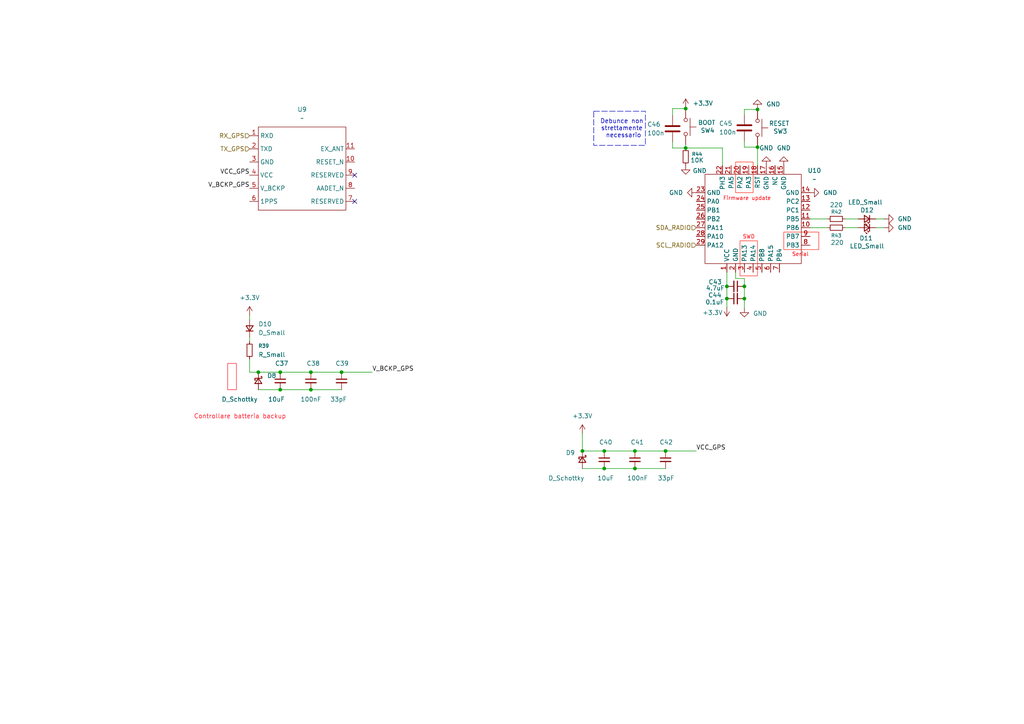
<source format=kicad_sch>
(kicad_sch (version 20250114) (generator "eeschema") (generator_version "9.0")
  (paper "A4")
  (lib_symbols
    (symbol "Device:C" (pin_numbers (hide yes)) (pin_names (offset 0.254))
      (property "Reference" "C" (at 0.635 2.54 0))
      (property "Value" "C" (at 0.635 -2.54 0))
      (symbol "C_0_1"
        (polyline (pts (xy -2.032 0.762) (xy 2.032 0.762)) (stroke (width 0.508)))
        (polyline (pts (xy -2.032 -0.762) (xy 2.032 -0.762)) (stroke (width 0.508)))
      )
      (symbol "C_1_1"
        (pin passive line (at 0 3.81 270) (length 2.794) (name "~") (number "1"))
        (pin passive line (at 0 -3.81 90) (length 2.794) (name "~") (number "2"))
      )
    )
    (symbol "Device:C_Small" (pin_numbers (hide yes)) (pin_names (offset 0.254) (hide yes))
      (property "Reference" "C" (at 0.254 1.778 0))
      (property "Value" "C_Small" (at 0.254 -2.032 0))
      (symbol "C_Small_0_1"
        (polyline (pts (xy -1.524 0.508) (xy 1.524 0.508)) (stroke (width 0.3048)))
        (polyline (pts (xy -1.524 -0.508) (xy 1.524 -0.508)) (stroke (width 0.3302)))
      )
      (symbol "C_Small_1_1"
        (pin passive line (at 0 2.54 270) (length 2.032) (name "~") (number "1"))
        (pin passive line (at 0 -2.54 90) (length 2.032) (name "~") (number "2"))
      )
    )
    (symbol "Device:D_Schottky_Small" (pin_numbers (hide yes)) (pin_names (offset 0.254) (hide yes))
      (property "Reference" "D" (at -1.27 2.032 0))
      (property "Value" "D_Schottky_Small" (at -7.112 -2.032 0))
      (symbol "D_Schottky_Small_0_1"
        (polyline (pts (xy -1.27 0.762) (xy -1.27 1.016) (xy -0.762 1.016) (xy -0.762 -1.016) (xy -0.254 -1.016) (xy -0.254 -0.762)) (stroke (width 0.254)))
        (polyline (pts (xy -0.762 0) (xy 0.762 0)))
        (polyline (pts (xy 0.762 -1.016) (xy -0.762 0) (xy 0.762 1.016) (xy 0.762 -1.016)) (stroke (width 0.254)))
      )
      (symbol "D_Schottky_Small_1_1"
        (pin passive line (at -2.54 0 0) (length 1.778) (name "K") (number "1"))
        (pin passive line (at 2.54 0 180) (length 1.778) (name "A") (number "2"))
      )
    )
    (symbol "Device:D_Small" (pin_numbers (hide yes)) (pin_names (offset 0.254) (hide yes))
      (property "Reference" "D" (at -1.27 2.032 0))
      (property "Value" "D_Small" (at -3.81 -2.032 0))
      (symbol "D_Small_0_1"
        (polyline (pts (xy -0.762 0) (xy 0.762 0)))
        (polyline (pts (xy -0.762 -1.016) (xy -0.762 1.016)) (stroke (width 0.254)))
        (polyline (pts (xy 0.762 -1.016) (xy -0.762 0) (xy 0.762 1.016) (xy 0.762 -1.016)) (stroke (width 0.254)))
      )
      (symbol "D_Small_1_1"
        (pin passive line (at -2.54 0 0) (length 1.778) (name "K") (number "1"))
        (pin passive line (at 2.54 0 180) (length 1.778) (name "A") (number "2"))
      )
    )
    (symbol "Device:LED_Small" (pin_numbers (hide yes)) (pin_names (offset 0.254) (hide yes))
      (property "Reference" "D" (at -1.27 3.175 0))
      (property "Value" "LED_Small" (at -4.445 -2.54 0))
      (symbol "LED_Small_0_1"
        (polyline (pts (xy -0.762 -1.016) (xy -0.762 1.016)) (stroke (width 0.254)))
        (polyline (pts (xy 0 0.762) (xy -0.508 1.27) (xy -0.254 1.27) (xy -0.508 1.27) (xy -0.508 1.016)))
        (polyline (pts (xy 0.508 1.27) (xy 0 1.778) (xy 0.254 1.778) (xy 0 1.778) (xy 0 1.524)))
        (polyline (pts (xy 0.762 -1.016) (xy -0.762 0) (xy 0.762 1.016) (xy 0.762 -1.016)) (stroke (width 0.254)))
        (polyline (pts (xy 1.016 0) (xy -0.762 0)))
      )
      (symbol "LED_Small_1_1"
        (pin passive line (at -2.54 0 0) (length 1.778) (name "K") (number "1"))
        (pin passive line (at 2.54 0 180) (length 1.778) (name "A") (number "2"))
      )
    )
    (symbol "Device:R_Small" (pin_numbers (hide yes)) (pin_names (offset 0.254) (hide yes))
      (property "Reference" "R" (at 0 0 90))
      (property "Value" "R_Small" (at 1.778 0 90))
      (symbol "R_Small_0_1"
        (rectangle (start -0.762 1.778) (end 0.762 -1.778) (stroke (width 0.2032)))
      )
      (symbol "R_Small_1_1"
        (pin passive line (at 0 2.54 270) (length 0.762) (name "~") (number "1"))
        (pin passive line (at 0 -2.54 90) (length 0.762) (name "~") (number "2"))
      )
    )
    (symbol "LC68G:LC68G"
      (property "Reference" "U" (at 0 0 0))
      (symbol "LC68G_0_1"
        (rectangle (start -12.7 12.7) (end 12.7 -11.43))
      )
      (symbol "LC68G_1_1"
        (pin input line (at -15.24 10.16 0) (length 2.54) (name "RXD") (number "1"))
        (pin input line (at -15.24 6.35 0) (length 2.54) (name "TXD") (number "2"))
        (pin power_out line (at -15.24 2.54 0) (length 2.54) (name "GND") (number "3"))
        (pin power_in line (at -15.24 -1.27 0) (length 2.54) (name "VCC") (number "4"))
        (pin power_in line (at -15.24 -5.08 0) (length 2.54) (name "V_BCKP") (number "5"))
        (pin input line (at -15.24 -8.89 0) (length 2.54) (name "1PPS") (number "6"))
        (pin input line (at 15.24 6.35 180) (length 2.54) (name "EX_ANT") (number "11"))
        (pin input line (at 15.24 2.54 180) (length 2.54) (name "RESET_N") (number "10"))
        (pin input line (at 15.24 -1.27 180) (length 2.54) (name "RESERVED") (number "9"))
        (pin input line (at 15.24 -5.08 180) (length 2.54) (name "AADET_N") (number "8"))
        (pin input line (at 15.24 -8.89 180) (length 2.54) (name "RESERVED") (number "7"))
      )
    )
    (symbol "Switch:SW_Push" (pin_numbers (hide yes)) (pin_names (offset 1.016) (hide yes))
      (property "Reference" "SW" (at 1.27 2.54 0))
      (property "Value" "SW_Push" (at 0 -1.524 0))
      (symbol "SW_Push_0_1"
        (circle (center -2.032 0) (radius 0.508))
        (polyline (pts (xy 0 1.27) (xy 0 3.048)))
        (circle (center 2.032 0) (radius 0.508))
        (polyline (pts (xy 2.54 1.27) (xy -2.54 1.27)))
        (pin passive line (at -5.08 0 0) (length 2.54) (name "1") (number "1"))
        (pin passive line (at 5.08 0 180) (length 2.54) (name "2") (number "2"))
      )
    )
    (symbol "power:+3.3V" (power) (pin_numbers (hide yes)) (pin_names (offset 0) (hide yes))
      (property "Value" "+3.3V" (at 0 3.556 0))
      (symbol "+3.3V_0_1"
        (polyline (pts (xy -0.762 1.27) (xy 0 2.54)))
        (polyline (pts (xy 0 2.54) (xy 0.762 1.27)))
        (polyline (pts (xy 0 0) (xy 0 2.54)))
      )
      (symbol "+3.3V_1_1"
        (pin power_in line (at 0 0 90) (length 0) (name "~") (number "1"))
      )
    )
    (symbol "power:GND" (power) (pin_numbers (hide yes)) (pin_names (offset 0) (hide yes))
      (property "Value" "GND" (at 0 -3.81 0))
      (symbol "GND_0_1"
        (polyline (pts (xy 0 0) (xy 0 -1.27) (xy 1.27 -1.27) (xy 0 -2.54) (xy -1.27 -1.27) (xy 0 -1.27)))
      )
      (symbol "GND_1_1"
        (pin power_in line (at 0 0 270) (length 0) (name "~") (number "1"))
      )
    )
    (symbol "rc-wle5:rc-wle5-434"
      (property "Reference" "U" (at -1.27 -1.27 0))
      (symbol "rc-wle5-434_0_1"
        (rectangle (start -13.97 12.954) (end 13.97 -12.954))
      )
      (symbol "rc-wle5-434_1_1"
        (pin input line (at -16.51 7.62 0) (length 2.54) (name "GND") (number "23"))
        (pin input line (at -16.51 5.08 0) (length 2.54) (name "PA0") (number "24"))
        (pin input line (at -16.51 2.54 0) (length 2.54) (name "PB1") (number "25"))
        (pin input line (at -16.51 0 0) (length 2.54) (name "PB2") (number "26"))
        (pin input line (at -16.51 -2.54 0) (length 2.54) (name "PA11") (number "27"))
        (pin input line (at -16.51 -5.08 0) (length 2.54) (name "PA10") (number "28"))
        (pin input line (at -16.51 -7.62 0) (length 2.54) (name "PA12") (number "29"))
        (pin input line (at -8.89 15.494 270) (length 2.54) (name "PH3") (number "22"))
        (pin input line (at -7.62 -15.494 90) (length 2.54) (name "VCC") (number "1"))
        (pin input line (at -6.35 15.494 270) (length 2.54) (name "PA5") (number "21"))
        (pin input line (at -5.08 -15.494 90) (length 2.54) (name "GND") (number "2"))
        (pin input line (at -3.81 15.494 270) (length 2.54) (name "PA2") (number "20"))
        (pin input line (at -2.54 -15.494 90) (length 2.54) (name "PA13") (number "3"))
        (pin input line (at -1.27 15.494 270) (length 2.54) (name "PA3") (number "19"))
        (pin input line (at 0 -15.494 90) (length 2.54) (name "PA14") (number "4"))
        (pin input line (at 1.27 15.494 270) (length 2.54) (name "RST") (number "18"))
        (pin input line (at 2.54 -15.494 90) (length 2.54) (name "PB8") (number "5"))
        (pin input line (at 3.81 15.494 270) (length 2.54) (name "GND") (number "17"))
        (pin input line (at 5.08 -15.494 90) (length 2.54) (name "PA15") (number "6"))
        (pin input line (at 6.35 15.494 270) (length 2.54) (name "NC") (number "16"))
        (pin input line (at 7.62 -15.494 90) (length 2.54) (name "PB4") (number "7"))
        (pin input line (at 8.89 15.494 270) (length 2.54) (name "GND") (number "15"))
        (pin input line (at 16.51 7.62 180) (length 2.54) (name "GND") (number "14"))
        (pin input line (at 16.51 5.08 180) (length 2.54) (name "PC2") (number "13"))
        (pin input line (at 16.51 2.54 180) (length 2.54) (name "PC1") (number "12"))
        (pin input line (at 16.51 0 180) (length 2.54) (name "PB5") (number "11"))
        (pin input line (at 16.51 -2.54 180) (length 2.54) (name "PB6") (number "10"))
        (pin input line (at 16.51 -5.08 180) (length 2.54) (name "PB7") (number "9"))
        (pin input line (at 16.51 -7.62 180) (length 2.54) (name "PB3") (number "8"))
      )
    )
  )
  (rectangle (start 214.63 69.85) (end 219.71 80.01) (stroke (width 0) (color 255 41 27 1)))
  (rectangle (start 66.04 105.41) (end 68.58 113.03) (stroke (width 0) (color 255 21 35 1)))
  (rectangle (start 213.36 46.99) (end 218.44 55.88) (stroke (width 0) (color 255 41 27 1)))
  (rectangle (start 172.212 32.258) (end 187.198 42.164) (stroke (width 0) (type dash)))
  (rectangle (start 227.33 67.31) (end 237.49 72.39) (stroke (width 0) (color 255 41 27 1)))
  (text "Serial" (at 232.156 73.914 0) (effects (font (size 1.1 1.1))))
  (text "Controllare batteria backup\n" (at 69.596 120.904 0) (effects (font (size 1.27 1.27))))
  (text "SWD\n" (at 217.17 68.834 0) (effects (font (size 1.1 1.1))))
  (text "Firmware update" (at 216.662 57.658 0) (effects (font (size 1.1 1.1))))
  (text "Debunce non \nstrettamente \nnecessario" (at 180.848 37.338 0) (effects (font (size 1.27 1.27))))
  (junction (at 81.28 107.95))
  (junction (at 175.26 135.89))
  (junction (at 193.04 130.81))
  (junction (at 90.17 113.03))
  (junction (at 175.26 130.81))
  (junction (at 215.9 83.058))
  (junction (at 198.882 31.496))
  (junction (at 81.28 113.03))
  (junction (at 210.82 83.058))
  (junction (at 215.9 86.614))
  (junction (at 74.93 107.95))
  (junction (at 90.17 107.95))
  (junction (at 184.15 135.89))
  (junction (at 210.82 86.614))
  (junction (at 99.06 107.95))
  (junction (at 168.91 130.81))
  (junction (at 219.71 31.75))
  (junction (at 184.15 130.81))
  (junction (at 198.882 42.926))
  (junction (at 219.71 42.672))
  (no_connect (at 102.87 58.42))
  (no_connect (at 102.87 50.8))
  (wire (pts (xy 81.28 107.95) (xy 90.17 107.95)))
  (wire (pts (xy 72.39 107.95) (xy 72.39 104.14)))
  (wire (pts (xy 72.39 91.44) (xy 72.39 92.71)))
  (wire (pts (xy 219.71 31.496) (xy 219.71 31.75)))
  (wire (pts (xy 234.95 63.5) (xy 240.03 63.5)))
  (wire (pts (xy 210.82 83.058) (xy 210.82 86.614)))
  (wire (pts (xy 81.28 113.03) (xy 90.17 113.03)))
  (wire (pts (xy 256.54 66.04) (xy 254 66.04)))
  (wire (pts (xy 184.15 130.81) (xy 193.04 130.81)))
  (wire (pts (xy 175.26 135.89) (xy 184.15 135.89)))
  (wire (pts (xy 209.55 48.006) (xy 209.55 42.926)))
  (wire (pts (xy 90.17 113.03) (xy 99.06 113.03)))
  (wire (pts (xy 210.82 78.994) (xy 210.82 83.058)))
  (wire (pts (xy 213.36 80.772) (xy 215.9 80.772)))
  (wire (pts (xy 215.9 42.672) (xy 215.9 40.894)))
  (wire (pts (xy 74.93 107.95) (xy 81.28 107.95)))
  (wire (pts (xy 219.71 42.164) (xy 219.71 42.672)))
  (wire (pts (xy 168.91 135.89) (xy 175.26 135.89)))
  (wire (pts (xy 210.82 86.614) (xy 210.82 89.154)))
  (wire (pts (xy 215.9 86.614) (xy 215.9 89.408)))
  (wire (pts (xy 184.15 135.89) (xy 193.04 135.89)))
  (wire (pts (xy 198.882 42.926) (xy 209.55 42.926)))
  (wire (pts (xy 234.95 66.04) (xy 240.03 66.04)))
  (wire (pts (xy 193.04 130.81) (xy 201.93 130.81)))
  (wire (pts (xy 215.9 83.058) (xy 215.9 86.614)))
  (wire (pts (xy 195.072 31.496) (xy 195.072 33.528)))
  (wire (pts (xy 219.71 42.672) (xy 215.9 42.672)))
  (wire (pts (xy 107.95 107.95) (xy 99.06 107.95)))
  (wire (pts (xy 248.92 63.5) (xy 245.11 63.5)))
  (wire (pts (xy 74.93 113.03) (xy 81.28 113.03)))
  (wire (pts (xy 195.072 41.148) (xy 195.072 42.926)))
  (wire (pts (xy 219.71 31.75) (xy 219.71 32.004)))
  (wire (pts (xy 256.54 63.5) (xy 254 63.5)))
  (wire (pts (xy 219.71 42.672) (xy 219.71 48.006)))
  (wire (pts (xy 248.92 66.04) (xy 245.11 66.04)))
  (wire (pts (xy 215.9 33.274) (xy 215.9 31.75)))
  (wire (pts (xy 74.93 107.95) (xy 72.39 107.95)))
  (wire (pts (xy 198.882 31.242) (xy 198.882 31.496)))
  (wire (pts (xy 168.91 125.73) (xy 168.91 130.81)))
  (wire (pts (xy 198.882 41.91) (xy 198.882 42.926)))
  (wire (pts (xy 213.36 78.994) (xy 213.36 80.772)))
  (wire (pts (xy 72.39 97.79) (xy 72.39 99.06)))
  (wire (pts (xy 198.882 31.496) (xy 198.882 31.75)))
  (wire (pts (xy 175.26 130.81) (xy 184.15 130.81)))
  (wire (pts (xy 198.882 31.496) (xy 195.072 31.496)))
  (wire (pts (xy 195.072 42.926) (xy 198.882 42.926)))
  (wire (pts (xy 90.17 107.95) (xy 99.06 107.95)))
  (wire (pts (xy 215.9 80.772) (xy 215.9 83.058)))
  (wire (pts (xy 168.91 130.81) (xy 175.26 130.81)))
  (wire (pts (xy 215.9 31.75) (xy 219.71 31.75)))
  (label "V_BCKP_GPS" (at 72.39 54.61 180))
  (label "VCC_GPS" (at 72.39 50.8 180))
  (label "V_BCKP_GPS" (at 107.95 107.95 0))
  (label "VCC_GPS" (at 201.93 130.81 0))
  (hierarchical_label "RX_GPS" (shape input) (at 72.39 39.37 180))
  (hierarchical_label "TX_GPS" (shape input) (at 72.39 43.18 180))
  (hierarchical_label "SCL_RADIO" (shape input) (at 201.93 71.12 180))
  (hierarchical_label "SDA_RADIO" (shape input) (at 201.93 66.04 180))
  (symbol (lib_id "Switch:SW_Push") (at 198.882 36.83 270) (unit 1)
    (property "Reference" "SW4" (at 205.232 37.846 90))
    (property "Value" "BOOT" (at 204.978 35.56 90))
    (property "Footprint" "TSB008:TSB008" (effects (hide yes)))
    (property "Description" "Push button switch, generic, two pins" (effects (hide yes)))
  )
  (symbol (lib_id "power:GND") (at 201.93 55.88 270) (unit 1)
    (property "Reference" "#PWR0107" (effects (hide yes)))
    (property "Value" "GND" (at 198.12 55.8799 90) (effects (justify right)))
    (property "Description" "Power symbol creates a global label with name \"GND\" , ground" (effects (hide yes)))
  )
  (symbol (lib_id "power:GND") (at 198.882 48.006 0) (unit 1)
    (property "Reference" "#PWR0111" (effects (hide yes)))
    (property "Value" "GND" (at 204.978 49.53 0) (effects (justify right)))
    (property "Description" "Power symbol creates a global label with name \"GND\" , ground" (effects (hide yes)))
  )
  (symbol (lib_id "Device:R_Small") (at 198.882 45.466 180) (unit 1)
    (property "Reference" "R44" (at 202.184 44.704 0) (effects (font (size 1.016 1.016))))
    (property "Value" "10K" (at 202.184 46.482 0))
    (property "Footprint" "Resistor_SMD:R_0603_1608Metric_Pad0.98x0.95mm_HandSolder" (effects (hide yes)))
    (property "Description" "Resistor, small symbol" (effects (hide yes)))
  )
  (symbol (lib_id "Device:C_Small") (at 99.06 110.49 0) (unit 1)
    (property "Reference" "C39" (at 97.282 105.41 0) (effects (justify left)))
    (property "Value" "33pF" (at 95.758 115.824 0) (effects (justify left)))
    (property "Footprint" "Capacitor_SMD:C_0603_1608Metric_Pad1.08x0.95mm_HandSolder" (effects (hide yes)))
    (property "Description" "Unpolarized capacitor, small symbol" (effects (hide yes)))
  )
  (symbol (lib_id "power:GND") (at 256.54 63.5 90) (unit 1)
    (property "Reference" "#PWR0113" (effects (hide yes)))
    (property "Value" "GND" (at 260.35 63.4999 90) (effects (justify right)))
    (property "Description" "Power symbol creates a global label with name \"GND\" , ground" (effects (hide yes)))
  )
  (symbol (lib_id "power:GND") (at 222.25 48.006 180) (unit 1)
    (property "Reference" "#PWR0108" (effects (hide yes)))
    (property "Value" "GND" (at 222.25 42.926 0))
    (property "Description" "Power symbol creates a global label with name \"GND\" , ground" (effects (hide yes)))
  )
  (symbol (lib_id "Device:R_Small") (at 72.39 101.6 0) (unit 1)
    (property "Reference" "R39" (at 74.93 100.3299 0) (effects (font (size 1.016 1.016)) (justify left)))
    (property "Value" "R_Small" (at 74.93 102.8699 0) (effects (justify left)))
    (property "Footprint" "Resistor_SMD:R_0603_1608Metric_Pad0.98x0.95mm_HandSolder" (effects (hide yes)))
    (property "Description" "Resistor, small symbol" (effects (hide yes)))
  )
  (symbol (lib_id "Device:C") (at 195.072 37.338 0) (unit 1)
    (property "Reference" "C46" (at 187.706 36.068 0) (effects (justify left)))
    (property "Value" "100n" (at 187.706 38.608 0) (effects (justify left)))
    (property "Footprint" "Capacitor_SMD:C_0603_1608Metric_Pad1.08x0.95mm_HandSolder" (effects (hide yes)))
    (property "Description" "Unpolarized capacitor" (effects (hide yes)))
  )
  (symbol (lib_id "power:+3.3V") (at 168.91 125.73 0) (unit 1)
    (property "Reference" "#PWR0104" (effects (hide yes)))
    (property "Value" "+3.3V" (at 168.91 120.65 0))
    (property "Description" "Power symbol creates a global label with name \"+3.3V\"" (effects (hide yes)))
  )
  (symbol (lib_id "Device:C_Small") (at 193.04 133.35 0) (unit 1)
    (property "Reference" "C42" (at 191.262 128.27 0) (effects (justify left)))
    (property "Value" "33pF" (at 190.754 138.684 0) (effects (justify left)))
    (property "Footprint" "Capacitor_SMD:C_0603_1608Metric_Pad1.08x0.95mm_HandSolder" (effects (hide yes)))
    (property "Description" "Unpolarized capacitor, small symbol" (effects (hide yes)))
  )
  (symbol (lib_id "Device:C_Small") (at 81.28 110.49 0) (unit 1)
    (property "Reference" "C37" (at 79.756 105.41 0) (effects (justify left)))
    (property "Value" "10uF" (at 77.724 115.824 0) (effects (justify left)))
    (property "Footprint" "Capacitor_SMD:C_0603_1608Metric_Pad1.08x0.95mm_HandSolder" (effects (hide yes)))
    (property "Description" "Unpolarized capacitor, small symbol" (effects (hide yes)))
  )
  (symbol (lib_id "Device:C") (at 215.9 37.084 0) (unit 1)
    (property "Reference" "C45" (at 208.534 35.814 0) (effects (justify left)))
    (property "Value" "100n" (at 208.534 38.354 0) (effects (justify left)))
    (property "Footprint" "Capacitor_SMD:C_0603_1608Metric_Pad1.08x0.95mm_HandSolder" (effects (hide yes)))
    (property "Description" "Unpolarized capacitor" (effects (hide yes)))
  )
  (symbol (lib_id "Device:C_Small") (at 213.36 83.058 270) (unit 1)
    (property "Reference" "C43" (at 205.486 81.788 90) (effects (justify left)))
    (property "Value" "4.7uF" (at 204.724 83.566 90) (effects (justify left)))
    (property "Footprint" "Capacitor_SMD:C_0603_1608Metric_Pad1.08x0.95mm_HandSolder" (effects (hide yes)))
    (property "Description" "Unpolarized capacitor, small symbol" (effects (hide yes)))
  )
  (symbol (lib_id "power:GND") (at 234.95 55.88 90) (unit 1)
    (property "Reference" "#PWR0105" (effects (hide yes)))
    (property "Value" "GND" (at 238.76 55.8799 90) (effects (justify right)))
    (property "Description" "Power symbol creates a global label with name \"GND\" , ground" (effects (hide yes)))
  )
  (symbol (lib_id "Device:R_Small") (at 242.57 63.5 90) (unit 1)
    (property "Reference" "R42" (at 242.57 61.468 90) (effects (font (size 1.016 1.016))))
    (property "Value" "220" (at 242.57 59.436 90))
    (property "Footprint" "Resistor_SMD:R_0603_1608Metric_Pad0.98x0.95mm_HandSolder" (effects (hide yes)))
    (property "Description" "Resistor, small symbol" (effects (hide yes)))
  )
  (symbol (lib_id "power:GND") (at 219.71 31.496 180) (unit 1)
    (property "Reference" "#PWR0110" (effects (hide yes)))
    (property "Value" "GND" (at 222.25 30.2259 0) (effects (justify right)))
    (property "Description" "Power symbol creates a global label with name \"GND\" , ground" (effects (hide yes)))
  )
  (symbol (lib_id "power:+3.3V") (at 210.82 89.154 180) (unit 1)
    (property "Reference" "#PWR0109" (effects (hide yes)))
    (property "Value" "+3.3V" (at 203.708 90.678 0) (effects (justify right)))
    (property "Description" "Power symbol creates a global label with name \"+3.3V\"" (effects (hide yes)))
  )
  (symbol (lib_id "Device:C_Small") (at 184.15 133.35 0) (unit 1)
    (property "Reference" "C41" (at 182.88 128.27 0) (effects (justify left)))
    (property "Value" "100nF" (at 181.864 138.684 0) (effects (justify left)))
    (property "Footprint" "Capacitor_SMD:C_0603_1608Metric_Pad1.08x0.95mm_HandSolder" (effects (hide yes)))
    (property "Description" "Unpolarized capacitor, small symbol" (effects (hide yes)))
  )
  (symbol (lib_id "rc-wle5:rc-wle5-434") (at 218.44 63.5 0) (unit 1)
    (property "Reference" "U10" (at 236.22 49.4598 0))
    (property "Value" "~" (at 236.22 51.9998 0))
    (property "Footprint" "rc-wle5:RC-WLE5-XXX" (effects (hide yes)))
  )
  (symbol (lib_id "Device:C_Small") (at 213.36 86.614 90) (unit 1)
    (property "Reference" "C44" (at 209.296 85.598 90) (effects (justify left)))
    (property "Value" "0.1uF" (at 210.058 87.63 90) (effects (justify left)))
    (property "Footprint" "Capacitor_SMD:C_0603_1608Metric_Pad1.08x0.95mm_HandSolder" (effects (hide yes)))
    (property "Description" "Unpolarized capacitor, small symbol" (effects (hide yes)))
  )
  (symbol (lib_id "power:GND") (at 215.9 89.408 0) (unit 1)
    (property "Reference" "#PWR0115" (effects (hide yes)))
    (property "Value" "GND" (at 220.472 90.932 0))
    (property "Description" "Power symbol creates a global label with name \"GND\" , ground" (effects (hide yes)))
  )
  (symbol (lib_id "power:+3.3V") (at 72.39 91.44 0) (unit 1)
    (property "Reference" "#PWR0103" (effects (hide yes)))
    (property "Value" "+3.3V" (at 72.39 86.36 0))
    (property "Description" "Power symbol creates a global label with name \"+3.3V\"" (effects (hide yes)))
  )
  (symbol (lib_id "Device:D_Small") (at 72.39 95.25 90) (unit 1)
    (property "Reference" "D10" (at 74.93 93.9799 90) (effects (justify right)))
    (property "Value" "D_Small" (at 74.93 96.5199 90) (effects (justify right)))
    (property "Description" "Diode, small symbol" (effects (hide yes)))
    (property "Sim.Device" "D" (effects (hide yes)))
    (property "Sim.Pins" "1=K 2=A" (effects (hide yes)))
  )
  (symbol (lib_id "Device:C_Small") (at 175.26 133.35 0) (unit 1)
    (property "Reference" "C40" (at 173.736 128.27 0) (effects (justify left)))
    (property "Value" "10uF" (at 173.228 138.684 0) (effects (justify left)))
    (property "Footprint" "Capacitor_SMD:C_0603_1608Metric_Pad1.08x0.95mm_HandSolder" (effects (hide yes)))
    (property "Description" "Unpolarized capacitor, small symbol" (effects (hide yes)))
  )
  (symbol (lib_id "Device:LED_Small") (at 251.46 63.5 180) (unit 1)
    (property "Reference" "D12" (at 251.46 60.96 0))
    (property "Value" "LED_Small" (at 250.952 58.674 0))
    (property "Footprint" "LED_SMD:LED_0603_1608Metric" (effects (hide yes)))
    (property "Description" "Light emitting diode, small symbol" (effects (hide yes)))
    (property "Sim.Pin" "1=K 2=A" (effects (hide yes)))
  )
  (symbol (lib_id "power:GND") (at 256.54 66.04 90) (unit 1)
    (property "Reference" "#PWR0114" (effects (hide yes)))
    (property "Value" "GND" (at 260.35 66.0399 90) (effects (justify right)))
    (property "Description" "Power symbol creates a global label with name \"GND\" , ground" (effects (hide yes)))
  )
  (symbol (lib_id "Device:C_Small") (at 90.17 110.49 0) (unit 1)
    (property "Reference" "C38" (at 88.9 105.41 0) (effects (justify left)))
    (property "Value" "100nF" (at 87.122 115.824 0) (effects (justify left)))
    (property "Footprint" "Capacitor_SMD:C_0603_1608Metric_Pad1.08x0.95mm_HandSolder" (effects (hide yes)))
    (property "Description" "Unpolarized capacitor, small symbol" (effects (hide yes)))
  )
  (symbol (lib_id "Device:LED_Small") (at 251.46 66.04 180) (unit 1)
    (property "Reference" "D11" (at 251.206 69.088 0))
    (property "Value" "LED_Small" (at 251.46 71.374 0))
    (property "Footprint" "LED_SMD:LED_0603_1608Metric" (effects (hide yes)))
    (property "Description" "Light emitting diode, small symbol" (effects (hide yes)))
    (property "Sim.Pin" "1=K 2=A" (effects (hide yes)))
  )
  (symbol (lib_id "LC68G:LC68G") (at 87.63 49.53 0) (unit 1)
    (property "Reference" "U9" (at 87.63 31.75 0))
    (property "Value" "~" (at 87.63 34.29 0))
  )
  (symbol (lib_id "Switch:SW_Push") (at 219.71 37.084 270) (unit 1)
    (property "Reference" "SW3" (at 224.282 38.1 90) (effects (justify left)))
    (property "Value" "RESET" (at 223.012 35.814 90) (effects (justify left)))
    (property "Footprint" "TSB008:TSB008" (effects (hide yes)))
    (property "Description" "Push button switch, generic, two pins" (effects (hide yes)))
  )
  (symbol (lib_id "Device:D_Schottky_Small") (at 168.91 133.35 270) (unit 1)
    (property "Reference" "D9" (at 164.084 131.318 90) (effects (justify left)))
    (property "Value" "D_Schottky" (at 159.004 138.684 90) (effects (justify left)))
    (property "Footprint" "SDM2U30CSP:SDM2U30CSP" (effects (hide yes)))
    (property "Description" "Schottky diode, small symbol" (effects (hide yes)))
  )
  (symbol (lib_id "Device:R_Small") (at 242.57 66.04 90) (unit 1)
    (property "Reference" "R43" (at 242.57 68.326 90) (effects (font (size 1.016 1.016))))
    (property "Value" "220" (at 242.824 70.358 90))
    (property "Footprint" "Resistor_SMD:R_0603_1608Metric_Pad0.98x0.95mm_HandSolder" (effects (hide yes)))
    (property "Description" "Resistor, small symbol" (effects (hide yes)))
  )
  (symbol (lib_id "power:GND") (at 227.33 48.006 180) (unit 1)
    (property "Reference" "#PWR0116" (effects (hide yes)))
    (property "Value" "GND" (at 227.33 42.926 0))
    (property "Description" "Power symbol creates a global label with name \"GND\" , ground" (effects (hide yes)))
  )
  (symbol (lib_id "Device:D_Schottky_Small") (at 74.93 110.49 270) (unit 1)
    (property "Reference" "D8" (at 77.47 108.9659 90) (effects (justify left)))
    (property "Value" "D_Schottky" (at 64.262 115.824 90) (effects (justify left)))
    (property "Footprint" "SDM2U30CSP:SDM2U30CSP" (effects (hide yes)))
    (property "Description" "Schottky diode, small symbol" (effects (hide yes)))
  )
  (symbol (lib_id "power:+3.3V") (at 198.882 31.242 0) (unit 1)
    (property "Reference" "#PWR0112" (effects (hide yes)))
    (property "Value" "+3.3V" (at 200.914 29.9719 0) (effects (justify left)))
    (property "Description" "Power symbol creates a global label with name \"+3.3V\"" (effects (hide yes)))
  )
)
</source>
